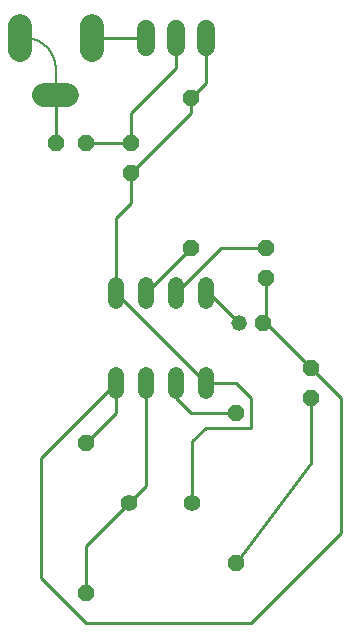
<source format=gbr>
G04 EAGLE Gerber RS-274X export*
G75*
%MOMM*%
%FSLAX34Y34*%
%LPD*%
%INBottom Copper*%
%IPPOS*%
%AMOC8*
5,1,8,0,0,1.08239X$1,22.5*%
G01*
%ADD10P,1.429621X8X22.500000*%
%ADD11C,1.320800*%
%ADD12P,1.429621X8X292.500000*%
%ADD13P,1.429621X8X112.500000*%
%ADD14C,1.320800*%
%ADD15C,1.524000*%
%ADD16C,2.000000*%
%ADD17C,1.400000*%
%ADD18C,0.254000*%
%ADD19C,0.152400*%
%ADD20C,0.200000*%


D10*
X289560Y495300D03*
D11*
X269240Y495300D03*
D12*
X292100Y558800D03*
X292100Y533400D03*
D13*
X177800Y622300D03*
X177800Y647700D03*
D10*
X114300Y647700D03*
X139700Y647700D03*
D14*
X165100Y451104D02*
X165100Y437896D01*
X190500Y437896D02*
X190500Y451104D01*
X190500Y514096D02*
X190500Y527304D01*
X165100Y527304D02*
X165100Y514096D01*
X215900Y451104D02*
X215900Y437896D01*
X241300Y437896D02*
X241300Y451104D01*
X215900Y514096D02*
X215900Y527304D01*
X241300Y527304D02*
X241300Y514096D01*
D15*
X190500Y728980D02*
X190500Y744220D01*
X215900Y744220D02*
X215900Y728980D01*
X241300Y728980D02*
X241300Y744220D01*
D16*
X145300Y746600D02*
X145300Y726600D01*
X84300Y726600D02*
X84300Y746600D01*
X104300Y688600D02*
X124300Y688600D01*
D17*
X230200Y342900D03*
X176200Y342900D03*
D13*
X330200Y431800D03*
X330200Y457200D03*
D12*
X139700Y393700D03*
X139700Y266700D03*
X266700Y419100D03*
X266700Y292100D03*
D13*
X228600Y558800D03*
X228600Y685800D03*
D18*
X139700Y306400D02*
X139700Y266700D01*
X139700Y306400D02*
X176200Y342900D01*
X190500Y357200D02*
X190500Y444500D01*
X190500Y357200D02*
X176200Y342900D01*
X228600Y685800D02*
X241300Y698500D01*
X241300Y736600D01*
X228600Y685800D02*
X228600Y673100D01*
X177800Y622300D01*
X177800Y596900D01*
X165100Y584200D01*
X165100Y520700D01*
X241300Y444500D01*
D19*
X231648Y342900D02*
X230200Y342900D01*
X240792Y443484D02*
X241300Y444500D01*
D18*
X230200Y395300D02*
X230200Y342900D01*
X230200Y395300D02*
X241300Y406400D01*
X279400Y406400D01*
X279400Y431800D01*
X266700Y444500D01*
X241300Y444500D01*
X241300Y520700D02*
X243840Y520700D01*
X269240Y495300D01*
X215900Y444500D02*
X215900Y431800D01*
X228600Y419100D01*
X266700Y419100D01*
X330200Y431800D02*
X330200Y376767D01*
X266700Y292100D01*
X177800Y647700D02*
X139700Y647700D01*
X215900Y711200D02*
X215900Y736600D01*
X177800Y673100D02*
X177800Y647700D01*
X177800Y673100D02*
X215900Y711200D01*
X228600Y558800D02*
X190500Y520700D01*
X292100Y533400D02*
X292100Y497840D01*
X289560Y495300D01*
X292100Y495300D02*
X330200Y457200D01*
X292100Y495300D02*
X292100Y533400D01*
X165100Y444500D02*
X165100Y419100D01*
X139700Y393700D01*
X101600Y381000D02*
X165100Y444500D01*
X101600Y381000D02*
X101600Y279400D01*
X139700Y241300D01*
X279400Y241300D01*
X355600Y317500D01*
X355600Y431800D02*
X330200Y457200D01*
X355600Y431800D02*
X355600Y317500D01*
X215900Y520700D02*
X254000Y558800D01*
X292100Y558800D01*
X190500Y736600D02*
X145300Y736600D01*
D20*
X88900Y736600D02*
X84300Y736600D01*
X88900Y736600D02*
X89514Y736593D01*
X90127Y736570D01*
X90740Y736533D01*
X91351Y736481D01*
X91962Y736415D01*
X92570Y736333D01*
X93176Y736237D01*
X93780Y736127D01*
X94381Y736002D01*
X94979Y735862D01*
X95573Y735708D01*
X96163Y735539D01*
X96749Y735357D01*
X97330Y735160D01*
X97907Y734949D01*
X98478Y734725D01*
X99044Y734487D01*
X99604Y734235D01*
X100157Y733969D01*
X100704Y733691D01*
X101244Y733399D01*
X101777Y733094D01*
X102302Y732776D01*
X102820Y732446D01*
X103329Y732104D01*
X103830Y731749D01*
X104322Y731382D01*
X104805Y731004D01*
X105279Y730614D01*
X105743Y730212D01*
X106198Y729800D01*
X106642Y729376D01*
X107076Y728942D01*
X107500Y728498D01*
X107912Y728043D01*
X108314Y727579D01*
X108704Y727105D01*
X109082Y726622D01*
X109449Y726130D01*
X109804Y725629D01*
X110146Y725120D01*
X110476Y724602D01*
X110794Y724077D01*
X111099Y723544D01*
X111391Y723004D01*
X111669Y722457D01*
X111935Y721904D01*
X112187Y721344D01*
X112425Y720778D01*
X112649Y720207D01*
X112860Y719630D01*
X113057Y719049D01*
X113239Y718463D01*
X113408Y717873D01*
X113562Y717279D01*
X113702Y716681D01*
X113827Y716080D01*
X113937Y715476D01*
X114033Y714870D01*
X114115Y714262D01*
X114181Y713651D01*
X114233Y713040D01*
X114270Y712427D01*
X114293Y711814D01*
X114300Y711200D01*
X114300Y688600D01*
D18*
X114300Y647700D01*
M02*

</source>
